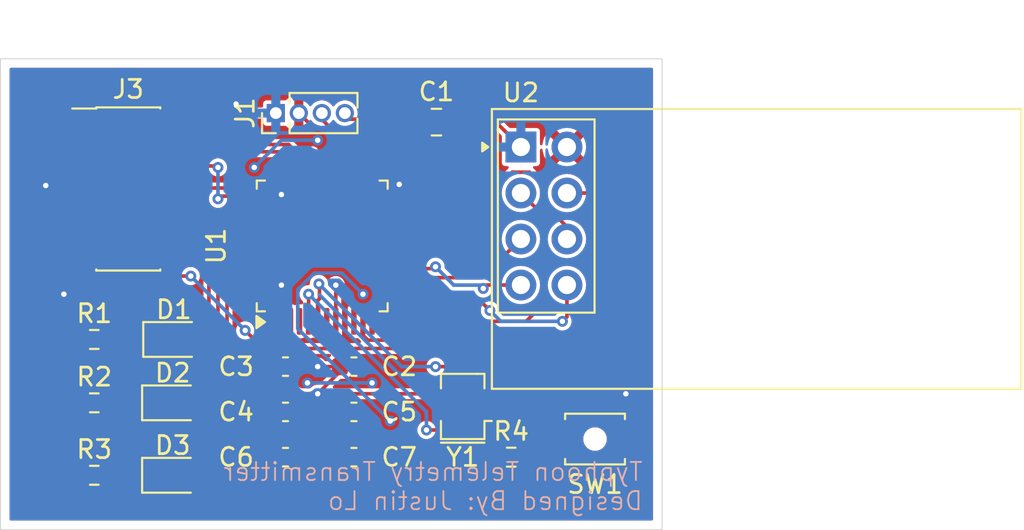
<source format=kicad_pcb>
(kicad_pcb (version 20240108) (generator "pcbnew") (generator_version "8.0")
  (layers (0 "F.Cu" signal) (31 "B.Cu" signal) (34 "B.Paste" user) (35 "F.Paste" user) (36 "B.SilkS" user "B.Silkscreen") (37 "F.SilkS" user "F.Silkscreen") (38 "B.Mask" user) (39 "F.Mask" user) (44 "Edge.Cuts" user))
  (net 0 "")
  (net 1 "+3.3V")
  (net 2 "GND")
  (net 3 "Net-(D1-A)")
  (net 4 "Net-(D1-K)")
  (net 5 "Net-(D2-A)")
  (net 6 "Net-(D2-K)")
  (net 7 "Net-(D3-K)")
  (net 8 "Net-(D3-A)")
  (net 9 "/RX")
  (net 10 "/TX")
  (net 12 "/Reset")
  (net 20 "/MOSI")
  (net 21 "Net-(U1-PD1)")
  (net 24 "/RF_EN")
  (net 28 "Net-(U1-PD0)")
  (net 29 "/RF_SEL")
  (net 32 "/Programming_TX")
  (net 36 "/RF_INT")
  (net 37 "/MISO")
  (net 38 "/SCK")
  (net 46 "/codeio")
  (net 47 "/Programming_RX")
  (net 48 "/codeclk")
  (footprint "Crystal:Resonator_SMD_Murata_CSTxExxV-3Pin_3.0x1.1mm" (layer "F.Cu") (at 159 86.2 90)
    (property "Reference" "Y1" (at -2.8 0 0) (layer "F.SilkS"))
    (property "Value" "8M")
    (fp_line (start 1.8 -1.2) (end 1.8 0.8) (stroke (width 0.12)) (layer "F.SilkS"))
    (fp_line (start 1 -1.2) (end 1.8 -1.2) (stroke (width 0.12)) (layer "F.SilkS"))
    (fp_line (start -1.8 -1.2) (end -0.8 -1.2) (stroke (width 0.12)) (layer "F.SilkS"))
    (fp_line (start -2 -1.2) (end -2 0.8) (stroke (width 0.12)) (layer "F.SilkS"))
    (fp_line (start 1.8 0.8) (end 1.8 1.2) (stroke (width 0.12)) (layer "F.SilkS"))
    (fp_line (start -1.8 0.8) (end -1.8 -1.2) (stroke (width 0.12)) (layer "F.SilkS"))
    (fp_line (start -1.8 0.8) (end -1.8 1.2) (stroke (width 0.12)) (layer "F.SilkS"))
    (fp_line (start -2 0.8) (end -2 1.2) (stroke (width 0.12)) (layer "F.SilkS"))
    (fp_line (start 1.8 1.2) (end 1 1.2) (stroke (width 0.12)) (layer "F.SilkS"))
    (fp_line (start -0.8 1.2) (end -1.8 1.2) (stroke (width 0.12)) (layer "F.SilkS"))
    (fp_line (start -0.8 1.2) (end -0.8 1.6) (stroke (width 0.12)) (layer "F.SilkS"))
    (pad "1" smd rect (at -1.2 0 90) (size 0.4 1.9) (layers "F.Cu" "F.Paste" "F.Mask") (net 28 "Net-(U1-PD0)"))
    (pad "2" smd rect (at 0 0 90) (size 0.4 1.9) (layers "F.Cu" "F.Paste" "F.Mask") (net 2 "GND"))
    (pad "3" smd rect (at 1.2 0 90) (size 0.4 1.9) (layers "F.Cu" "F.Paste" "F.Mask") (net 21 "Net-(U1-PD1)"))
  )
  (footprint "LED_SMD:LED_0805_2012Metric" (layer "F.Cu") (at 143 90)
    (property "Reference" "D3" (at 0 -1.65 0) (layer "F.SilkS"))
    (property "Value" "LED")
    (fp_line (start -1.685 -0.96) (end -1.685 0.96) (stroke (width 0.12)) (layer "F.SilkS"))
    (fp_line (start -1.685 0.96) (end 1 0.96) (stroke (width 0.12)) (layer "F.SilkS"))
    (fp_line (start 1 -0.96) (end -1.685 -0.96) (stroke (width 0.12)) (layer "F.SilkS"))
    (pad "1" smd roundrect (at -0.9375 0) (size 0.975 1.4) (layers "F.Cu" "F.Paste" "F.Mask") (net 7 "Net-(D3-K)"))
    (pad "2" smd roundrect (at 0.9375 0) (size 0.975 1.4) (layers "F.Cu" "F.Paste" "F.Mask") (net 8 "Net-(D3-A)"))
  )
  (footprint "Capacitor_SMD:C_0603_1608Metric" (layer "F.Cu") (at 153 84)
    (property "Reference" "C2" (at 2.5 0 0) (layer "F.SilkS"))
    (property "Value" "100n")
    (fp_line (start -0.14058 -0.51) (end 0.14058 -0.51) (stroke (width 0.12)) (layer "F.SilkS"))
    (fp_line (start -0.14058 0.51) (end 0.14058 0.51) (stroke (width 0.12)) (layer "F.SilkS"))
    (pad "1" smd roundrect (at -0.775 0) (size 0.9 0.95) (layers "F.Cu" "F.Paste" "F.Mask") (net 2 "GND"))
    (pad "2" smd roundrect (at 0.775 0) (size 0.9 0.95) (layers "F.Cu" "F.Paste" "F.Mask") (net 1 "+3.3V"))
  )
  (footprint "Resistor_SMD:R_0603_1608Metric" (layer "F.Cu") (at 138.675 86)
    (property "Reference" "R2" (at 0 -1.43 0) (layer "F.SilkS"))
    (property "Value" "330")
    (fp_line (start -0.237258 -0.5225) (end 0.237258 -0.5225) (stroke (width 0.12)) (layer "F.SilkS"))
    (fp_line (start -0.237258 0.5225) (end 0.237258 0.5225) (stroke (width 0.12)) (layer "F.SilkS"))
    (pad "1" smd roundrect (at -0.825 0) (size 0.8 0.95) (layers "F.Cu" "F.Paste" "F.Mask") (net 2 "GND"))
    (pad "2" smd roundrect (at 0.825 0) (size 0.8 0.95) (layers "F.Cu" "F.Paste" "F.Mask") (net 6 "Net-(D2-K)"))
  )
  (footprint "Capacitor_SMD:C_0805_2012Metric" (layer "F.Cu") (at 157.55 70.5)
    (property "Reference" "C1" (at 0 -1.68 0) (layer "F.SilkS"))
    (property "Value" "10u")
    (fp_line (start -0.261252 -0.735) (end 0.261252 -0.735) (stroke (width 0.12)) (layer "F.SilkS"))
    (fp_line (start -0.261252 0.735) (end 0.261252 0.735) (stroke (width 0.12)) (layer "F.SilkS"))
    (pad "1" smd roundrect (at -0.95 0) (size 1 1.45) (layers "F.Cu" "F.Paste" "F.Mask") (net 2 "GND"))
    (pad "2" smd roundrect (at 0.95 0) (size 1 1.45) (layers "F.Cu" "F.Paste" "F.Mask") (net 1 "+3.3V"))
  )
  (footprint "RF_Module:nRF24L01_Breakout" (layer "F.Cu") (at 162.2105 71.875)
    (property "Reference" "U2" (at 0 -3 0) (layer "F.SilkS"))
    (property "Value" "NRF24L01_Breakout")
    (fp_line (start -1.6 -2.1) (end -1.6 -2.1) (stroke (width 0.12)) (layer "F.SilkS"))
    (fp_line (start -1.6 -2.1) (end 27.6 -2.1) (stroke (width 0.12)) (layer "F.SilkS"))
    (fp_line (start -1.6 13.35) (end -1.6 -2.1) (stroke (width 0.12)) (layer "F.SilkS"))
    (fp_line (start -1.27 -1.524) (end -1.27 -1.524) (stroke (width 0.12)) (layer "F.SilkS"))
    (fp_line (start -1.27 -1.524) (end 4.064 -1.524) (stroke (width 0.12)) (layer "F.SilkS"))
    (fp_line (start -1.27 9.144) (end -1.27 -1.524) (stroke (width 0.12)) (layer "F.SilkS"))
    (fp_line (start -1.27 9.144) (end -1.27 9.144) (stroke (width 0.12)) (layer "F.SilkS"))
    (fp_line (start 4.064 -1.524) (end 4.064 9.144) (stroke (width 0.12)) (layer "F.SilkS"))
    (fp_line (start 4.064 9.144) (end -1.27 9.144) (stroke (width 0.12)) (layer "F.SilkS"))
    (fp_line (start 27.6 -2.1) (end 27.6 13.35) (stroke (width 0.12)) (layer "F.SilkS"))
    (fp_line (start 27.6 13.35) (end -1.6 13.35) (stroke (width 0.12)) (layer "F.SilkS"))
    (fp_poly (pts (xy -1.8 0) (xy -2.136 0.24) (xy -2.136 -0.24) (xy -1.8 0)) (stroke (width 0.12)) (fill solid) (layer "F.SilkS"))
    (pad "1" thru_hole rect (at 0 0) (size 1.7 1.7) (drill 1) (layers "*.Cu" "*.Mask") (net 2 "GND"))
    (pad "2" thru_hole circle (at 2.54 0) (size 1.7 1.7) (drill 1) (layers "*.Cu" "*.Mask") (net 1 "+3.3V"))
    (pad "3" thru_hole circle (at 0 2.54) (size 1.7 1.7) (drill 1) (layers "*.Cu" "*.Mask") (net 24 "/RF_EN"))
    (pad "4" thru_hole circle (at 2.54 2.54) (size 1.7 1.7) (drill 1) (layers "*.Cu" "*.Mask") (net 29 "/RF_SEL"))
    (pad "5" thru_hole circle (at 0 5.08) (size 1.7 1.7) (drill 1) (layers "*.Cu" "*.Mask") (net 38 "/SCK"))
    (pad "6" thru_hole circle (at 2.54 5.08) (size 1.7 1.7) (drill 1) (layers "*.Cu" "*.Mask") (net 20 "/MOSI"))
    (pad "7" thru_hole circle (at 0 7.62) (size 1.7 1.7) (drill 1) (layers "*.Cu" "*.Mask") (net 37 "/MISO"))
    (pad "8" thru_hole circle (at 2.54 7.62) (size 1.7 1.7) (drill 1) (layers "*.Cu" "*.Mask") (net 36 "/RF_INT"))
  )
  (footprint "Resistor_SMD:R_0603_1608Metric" (layer "F.Cu") (at 161.675 89)
    (property "Reference" "R4" (at 0 -1.43 0) (layer "F.SilkS"))
    (property "Value" "10k")
    (fp_line (start -0.237258 -0.5225) (end 0.237258 -0.5225) (stroke (width 0.12)) (layer "F.SilkS"))
    (fp_line (start -0.237258 0.5225) (end 0.237258 0.5225) (stroke (width 0.12)) (layer "F.SilkS"))
    (pad "1" smd roundrect (at -0.825 0) (size 0.8 0.95) (layers "F.Cu" "F.Paste" "F.Mask") (net 1 "+3.3V"))
    (pad "2" smd roundrect (at 0.825 0) (size 0.8 0.95) (layers "F.Cu" "F.Paste" "F.Mask") (net 12 "/Reset"))
  )
  (footprint "Capacitor_SMD:C_0603_1608Metric" (layer "F.Cu") (at 149.225 86.5)
    (property "Reference" "C4" (at -2.725 0 0) (layer "F.SilkS"))
    (property "Value" "100n")
    (fp_line (start -0.14058 -0.51) (end 0.14058 -0.51) (stroke (width 0.12)) (layer "F.SilkS"))
    (fp_line (start -0.14058 0.51) (end 0.14058 0.51) (stroke (width 0.12)) (layer "F.SilkS"))
    (pad "1" smd roundrect (at -0.775 0) (size 0.9 0.95) (layers "F.Cu" "F.Paste" "F.Mask") (net 2 "GND"))
    (pad "2" smd roundrect (at 0.775 0) (size 0.9 0.95) (layers "F.Cu" "F.Paste" "F.Mask") (net 1 "+3.3V"))
  )
  (footprint "Resistor_SMD:R_0603_1608Metric" (layer "F.Cu") (at 138.675 82.5)
    (property "Reference" "R1" (at 0 -1.43 0) (layer "F.SilkS"))
    (property "Value" "330")
    (fp_line (start -0.237258 -0.5225) (end 0.237258 -0.5225) (stroke (width 0.12)) (layer "F.SilkS"))
    (fp_line (start -0.237258 0.5225) (end 0.237258 0.5225) (stroke (width 0.12)) (layer "F.SilkS"))
    (pad "1" smd roundrect (at -0.825 0) (size 0.8 0.95) (layers "F.Cu" "F.Paste" "F.Mask") (net 2 "GND"))
    (pad "2" smd roundrect (at 0.825 0) (size 0.8 0.95) (layers "F.Cu" "F.Paste" "F.Mask") (net 4 "Net-(D1-K)"))
  )
  (footprint "Capacitor_SMD:C_0603_1608Metric" (layer "F.Cu") (at 153 86.5)
    (property "Reference" "C5" (at 2.5 0 0) (layer "F.SilkS"))
    (property "Value" "100n")
    (fp_line (start -0.14058 -0.51) (end 0.14058 -0.51) (stroke (width 0.12)) (layer "F.SilkS"))
    (fp_line (start -0.14058 0.51) (end 0.14058 0.51) (stroke (width 0.12)) (layer "F.SilkS"))
    (pad "1" smd roundrect (at -0.775 0) (size 0.9 0.95) (layers "F.Cu" "F.Paste" "F.Mask") (net 2 "GND"))
    (pad "2" smd roundrect (at 0.775 0) (size 0.9 0.95) (layers "F.Cu" "F.Paste" "F.Mask") (net 1 "+3.3V"))
  )
  (footprint "Capacitor_SMD:C_0603_1608Metric" (layer "F.Cu") (at 153 89)
    (property "Reference" "C7" (at 2.5 0 0) (layer "F.SilkS"))
    (property "Value" "1u")
    (fp_line (start -0.14058 -0.51) (end 0.14058 -0.51) (stroke (width 0.12)) (layer "F.SilkS"))
    (fp_line (start -0.14058 0.51) (end 0.14058 0.51) (stroke (width 0.12)) (layer "F.SilkS"))
    (pad "1" smd roundrect (at -0.775 0) (size 0.9 0.95) (layers "F.Cu" "F.Paste" "F.Mask") (net 2 "GND"))
    (pad "2" smd roundrect (at 0.775 0) (size 0.9 0.95) (layers "F.Cu" "F.Paste" "F.Mask") (net 1 "+3.3V"))
  )
  (footprint "Package_QFP:LQFP-48_7x7mm_P0.5mm" (layer "F.Cu") (at 151.25 77.3375 90)
    (property "Reference" "U1" (at 0 -5.85 270) (layer "F.SilkS"))
    (property "Value" "STM32F103C8Tx")
    (fp_line (start 3.61 -3.61) (end 3.61 -3.16) (stroke (width 0.12)) (layer "F.SilkS"))
    (fp_line (start 3.16 -3.61) (end 3.61 -3.61) (stroke (width 0.12)) (layer "F.SilkS"))
    (fp_line (start -3.16 -3.61) (end -3.61 -3.61) (stroke (width 0.12)) (layer "F.SilkS"))
    (fp_line (start -3.61 -3.61) (end -3.61 -3.16) (stroke (width 0.12)) (layer "F.SilkS"))
    (fp_line (start 3.61 3.61) (end 3.61 3.16) (stroke (width 0.12)) (layer "F.SilkS"))
    (fp_line (start 3.16 3.61) (end 3.61 3.61) (stroke (width 0.12)) (layer "F.SilkS"))
    (fp_line (start -3.16 3.61) (end -3.61 3.61) (stroke (width 0.12)) (layer "F.SilkS"))
    (fp_line (start -3.61 3.61) (end -3.61 3.16) (stroke (width 0.12)) (layer "F.SilkS"))
    (fp_poly (pts (xy -4.2 -3.16) (xy -4.54 -3.63) (xy -3.86 -3.63) (xy -4.2 -3.16)) (stroke (width 0.12)) (fill solid) (layer "F.SilkS"))
    (pad "1" smd roundrect (at -4.1625 -2.75 90) (size 1.475 0.3) (layers "F.Cu" "F.Paste" "F.Mask"))
    (pad "2" smd roundrect (at -4.1625 -2.25 90) (size 1.475 0.3) (layers "F.Cu" "F.Paste" "F.Mask"))
    (pad "3" smd roundrect (at -4.1625 -1.75 90) (size 1.475 0.3) (layers "F.Cu" "F.Paste" "F.Mask"))
    (pad "4" smd roundrect (at -4.1625 -1.25 90) (size 1.475 0.3) (layers "F.Cu" "F.Paste" "F.Mask"))
    (pad "5" smd roundrect (at -4.1625 -0.75 90) (size 1.475 0.3) (layers "F.Cu" "F.Paste" "F.Mask") (net 28 "Net-(U1-PD0)"))
    (pad "6" smd roundrect (at -4.1625 -0.25 90) (size 1.475 0.3) (layers "F.Cu" "F.Paste" "F.Mask") (net 21 "Net-(U1-PD1)"))
    (pad "7" smd roundrect (at -4.1625 0.25 90) (size 1.475 0.3) (layers "F.Cu" "F.Paste" "F.Mask") (net 12 "/Reset"))
    (pad "8" smd roundrect (at -4.1625 0.75 90) (size 1.475 0.3) (layers "F.Cu" "F.Paste" "F.Mask") (net 2 "GND"))
    (pad "9" smd roundrect (at -4.1625 1.25 90) (size 1.475 0.3) (layers "F.Cu" "F.Paste" "F.Mask") (net 1 "+3.3V"))
    (pad "10" smd roundrect (at -4.1625 1.75 90) (size 1.475 0.3) (layers "F.Cu" "F.Paste" "F.Mask"))
    (pad "11" smd roundrect (at -4.1625 2.25 90) (size 1.475 0.3) (layers "F.Cu" "F.Paste" "F.Mask") (net 29 "/RF_SEL"))
    (pad "12" smd roundrect (at -4.1625 2.75 90) (size 1.475 0.3) (layers "F.Cu" "F.Paste" "F.Mask") (net 24 "/RF_EN"))
    (pad "13" smd roundrect (at -2.75 4.1625 90) (size 0.3 1.475) (layers "F.Cu" "F.Paste" "F.Mask") (net 36 "/RF_INT"))
    (pad "14" smd roundrect (at -2.25 4.1625 90) (size 0.3 1.475) (layers "F.Cu" "F.Paste" "F.Mask"))
    (pad "15" smd roundrect (at -1.75 4.1625 90) (size 0.3 1.475) (layers "F.Cu" "F.Paste" "F.Mask") (net 38 "/SCK"))
    (pad "16" smd roundrect (at -1.25 4.1625 90) (size 0.3 1.475) (layers "F.Cu" "F.Paste" "F.Mask") (net 37 "/MISO"))
    (pad "17" smd roundrect (at -0.75 4.1625 90) (size 0.3 1.475) (layers "F.Cu" "F.Paste" "F.Mask") (net 20 "/MOSI"))
    (pad "18" smd roundrect (at -0.25 4.1625 90) (size 0.3 1.475) (layers "F.Cu" "F.Paste" "F.Mask"))
    (pad "19" smd roundrect (at 0.25 4.1625 90) (size 0.3 1.475) (layers "F.Cu" "F.Paste" "F.Mask"))
    (pad "20" smd roundrect (at 0.75 4.1625 90) (size 0.3 1.475) (layers "F.Cu" "F.Paste" "F.Mask"))
    (pad "21" smd roundrect (at 1.25 4.1625 90) (size 0.3 1.475) (layers "F.Cu" "F.Paste" "F.Mask") (net 10 "/TX"))
    (pad "22" smd roundrect (at 1.75 4.1625 90) (size 0.3 1.475) (layers "F.Cu" "F.Paste" "F.Mask") (net 9 "/RX"))
    (pad "23" smd roundrect (at 2.25 4.1625 90) (size 0.3 1.475) (layers "F.Cu" "F.Paste" "F.Mask") (net 2 "GND"))
    (pad "24" smd roundrect (at 2.75 4.1625 90) (size 0.3 1.475) (layers "F.Cu" "F.Paste" "F.Mask") (net 1 "+3.3V"))
    (pad "25" smd roundrect (at 4.1625 2.75 90) (size 1.475 0.3) (layers "F.Cu" "F.Paste" "F.Mask"))
    (pad "26" smd roundrect (at 4.1625 2.25 90) (size 1.475 0.3) (layers "F.Cu" "F.Paste" "F.Mask"))
    (pad "27" smd roundrect (at 4.1625 1.75 90) (size 1.475 0.3) (layers "F.Cu" "F.Paste" "F.Mask"))
    (pad "28" smd roundrect (at 4.1625 1.25 90) (size 1.475 0.3) (layers "F.Cu" "F.Paste" "F.Mask"))
    (pad "29" smd roundrect (at 4.1625 0.75 90) (size 1.475 0.3) (layers "F.Cu" "F.Paste" "F.Mask"))
    (pad "30" smd roundrect (at 4.1625 0.25 90) (size 1.475 0.3) (layers "F.Cu" "F.Paste" "F.Mask") (net 32 "/Programming_TX"))
    (pad "31" smd roundrect (at 4.1625 -0.25 90) (size 1.475 0.3) (layers "F.Cu" "F.Paste" "F.Mask") (net 47 "/Programming_RX"))
    (pad "32" smd roundrect (at 4.1625 -0.75 90) (size 1.475 0.3) (layers "F.Cu" "F.Paste" "F.Mask"))
    (pad "33" smd roundrect (at 4.1625 -1.25 90) (size 1.475 0.3) (layers "F.Cu" "F.Paste" "F.Mask"))
    (pad "34" smd roundrect (at 4.1625 -1.75 90) (size 1.475 0.3) (layers "F.Cu" "F.Paste" "F.Mask") (net 46 "/codeio"))
    (pad "35" smd roundrect (at 4.1625 -2.25 90) (size 1.475 0.3) (layers "F.Cu" "F.Paste" "F.Mask") (net 2 "GND"))
    (pad "36" smd roundrect (at 4.1625 -2.75 90) (size 1.475 0.3) (layers "F.Cu" "F.Paste" "F.Mask") (net 1 "+3.3V"))
    (pad "37" smd roundrect (at 2.75 -4.1625 90) (size 0.3 1.475) (layers "F.Cu" "F.Paste" "F.Mask") (net 48 "/codeclk"))
    (pad "38" smd roundrect (at 2.25 -4.1625 90) (size 0.3 1.475) (layers "F.Cu" "F.Paste" "F.Mask"))
    (pad "39" smd roundrect (at 1.75 -4.1625 90) (size 0.3 1.475) (layers "F.Cu" "F.Paste" "F.Mask"))
    (pad "40" smd roundrect (at 1.25 -4.1625 90) (size 0.3 1.475) (layers "F.Cu" "F.Paste" "F.Mask"))
    (pad "41" smd roundrect (at 0.75 -4.1625 90) (size 0.3 1.475) (layers "F.Cu" "F.Paste" "F.Mask"))
    (pad "42" smd roundrect (at 0.25 -4.1625 90) (size 0.3 1.475) (layers "F.Cu" "F.Paste" "F.Mask"))
    (pad "43" smd roundrect (at -0.25 -4.1625 90) (size 0.3 1.475) (layers "F.Cu" "F.Paste" "F.Mask") (net 3 "Net-(D1-A)"))
    (pad "44" smd roundrect (at -0.75 -4.1625 90) (size 0.3 1.475) (layers "F.Cu" "F.Paste" "F.Mask"))
    (pad "45" smd roundrect (at -1.25 -4.1625 90) (size 0.3 1.475) (layers "F.Cu" "F.Paste" "F.Mask") (net 5 "Net-(D2-A)"))
    (pad "46" smd roundrect (at -1.75 -4.1625 90) (size 0.3 1.475) (layers "F.Cu" "F.Paste" "F.Mask") (net 8 "Net-(D3-A)"))
    (pad "47" smd roundrect (at -2.25 -4.1625 90) (size 0.3 1.475) (layers "F.Cu" "F.Paste" "F.Mask") (net 2 "GND"))
    (pad "48" smd roundrect (at -2.75 -4.1625 90) (size 0.3 1.475) (layers "F.Cu" "F.Paste" "F.Mask") (net 1 "+3.3V"))
  )
  (footprint "Button_Switch_SMD:SW_SPST_B3U-1000P-B" (layer "F.Cu") (at 166.3 88 180)
    (property "Reference" "SW1" (at 0 -2.5 180) (layer "F.SilkS"))
    (property "Value" "SW_Push")
    (fp_line (start 1.65 1.4) (end 1.65 1.1) (stroke (width 0.12)) (layer "F.SilkS"))
    (fp_line (start 1.65 -1.4) (end 1.65 -1.1) (stroke (width 0.12)) (layer "F.SilkS"))
    (fp_line (start -1.65 1.4) (end 1.65 1.4) (stroke (width 0.12)) (layer "F.SilkS"))
    (fp_line (start -1.65 1.1) (end -1.65 1.4) (stroke (width 0.12)) (layer "F.SilkS"))
    (fp_line (start -1.65 -1.1) (end -1.65 -1.4) (stroke (width 0.12)) (layer "F.SilkS"))
    (fp_line (start -1.65 -1.4) (end 1.65 -1.4) (stroke (width 0.12)) (layer "F.SilkS"))
    (pad "" np_thru_hole circle (at 0 0 180) (size 0.8 0.8) (drill 0.8) (layers "*.Cu" "*.Mask"))
    (pad "1" smd rect (at -1.7 0 180) (size 0.9 1.7) (layers "F.Cu" "F.Paste" "F.Mask") (net 2 "GND"))
    (pad "2" smd rect (at 1.7 0 180) (size 0.9 1.7) (layers "F.Cu" "F.Paste" "F.Mask") (net 12 "/Reset"))
  )
  (footprint "Connector_PinHeader_1.27mm:PinHeader_2x07_P1.27mm_Vertical_SMD" (layer "F.Cu") (at 140.55 74.19)
    (property "Reference" "J3" (at 0 -5.505 0) (layer "F.SilkS"))
    (property "Value" "Conn_ST_STDC14")
    (fp_line (start -3.09 -4.44) (end -1.765 -4.44) (stroke (width 0.12)) (layer "F.SilkS"))
    (fp_line (start -1.765 -4.505) (end -1.765 -4.44) (stroke (width 0.12)) (layer "F.SilkS"))
    (fp_line (start -1.765 -4.505) (end 1.765 -4.505) (stroke (width 0.12)) (layer "F.SilkS"))
    (fp_line (start -1.765 4.44) (end -1.765 4.505) (stroke (width 0.12)) (layer "F.SilkS"))
    (fp_line (start -1.765 4.505) (end 1.765 4.505) (stroke (width 0.12)) (layer "F.SilkS"))
    (fp_line (start 1.765 -4.505) (end 1.765 -4.44) (stroke (width 0.12)) (layer "F.SilkS"))
    (fp_line (start 1.765 4.44) (end 1.765 4.505) (stroke (width 0.12)) (layer "F.SilkS"))
    (pad "1" smd rect (at -1.95 -3.81) (size 2.4 0.74) (layers "F.Cu" "F.Paste" "F.Mask"))
    (pad "2" smd rect (at 1.95 -3.81) (size 2.4 0.74) (layers "F.Cu" "F.Paste" "F.Mask"))
    (pad "3" smd rect (at -1.95 -2.54) (size 2.4 0.74) (layers "F.Cu" "F.Paste" "F.Mask") (net 1 "+3.3V"))
    (pad "4" smd rect (at 1.95 -2.54) (size 2.4 0.74) (layers "F.Cu" "F.Paste" "F.Mask") (net 46 "/codeio"))
    (pad "5" smd rect (at -1.95 -1.27) (size 2.4 0.74) (layers "F.Cu" "F.Paste" "F.Mask") (net 2 "GND"))
    (pad "6" smd rect (at 1.95 -1.27) (size 2.4 0.74) (layers "F.Cu" "F.Paste" "F.Mask") (net 48 "/codeclk"))
    (pad "7" smd rect (at -1.95 0) (size 2.4 0.74) (layers "F.Cu" "F.Paste" "F.Mask") (net 2 "GND"))
    (pad "8" smd rect (at 1.95 0) (size 2.4 0.74) (layers "F.Cu" "F.Paste" "F.Mask"))
    (pad "9" smd rect (at -1.95 1.27) (size 2.4 0.74) (layers "F.Cu" "F.Paste" "F.Mask"))
    (pad "10" smd rect (at 1.95 1.27) (size 2.4 0.74) (layers "F.Cu" "F.Paste" "F.Mask"))
    (pad "11" smd rect (at -1.95 2.54) (size 2.4 0.74) (layers "F.Cu" "F.Paste" "F.Mask") (net 2 "GND"))
    (pad "12" smd rect (at 1.95 2.54) (size 2.4 0.74) (layers "F.Cu" "F.Paste" "F.Mask") (net 12 "/Reset"))
    (pad "13" smd rect (at -1.95 3.81) (size 2.4 0.74) (layers "F.Cu" "F.Paste" "F.Mask") (net 47 "/Programming_RX"))
    (pad "14" smd rect (at 1.95 3.81) (size 2.4 0.74) (layers "F.Cu" "F.Paste" "F.Mask") (net 32 "/Programming_TX"))
  )
  (footprint "LED_SMD:LED_0805_2012Metric" (layer "F.Cu") (at 143.0625 82.5)
    (property "Reference" "D1" (at 0 -1.65 0) (layer "F.SilkS"))
    (property "Value" "LED")
    (fp_line (start -1.685 -0.96) (end -1.685 0.96) (stroke (width 0.12)) (layer "F.SilkS"))
    (fp_line (start -1.685 0.96) (end 1 0.96) (stroke (width 0.12)) (layer "F.SilkS"))
    (fp_line (start 1 -0.96) (end -1.685 -0.96) (stroke (width 0.12)) (layer "F.SilkS"))
    (pad "1" smd roundrect (at -0.9375 0) (size 0.975 1.4) (layers "F.Cu" "F.Paste" "F.Mask") (net 4 "Net-(D1-K)"))
    (pad "2" smd roundrect (at 0.9375 0) (size 0.975 1.4) (layers "F.Cu" "F.Paste" "F.Mask") (net 3 "Net-(D1-A)"))
  )
  (footprint "Capacitor_SMD:C_0603_1608Metric" (layer "F.Cu") (at 149.225 89)
    (property "Reference" "C6" (at -2.725 0 0) (layer "F.SilkS"))
    (property "Value" "10n")
    (fp_line (start -0.14058 -0.51) (end 0.14058 -0.51) (stroke (width 0.12)) (layer "F.SilkS"))
    (fp_line (start -0.14058 0.51) (end 0.14058 0.51) (stroke (width 0.12)) (layer "F.SilkS"))
    (pad "1" smd roundrect (at -0.775 0) (size 0.9 0.95) (layers "F.Cu" "F.Paste" "F.Mask") (net 2 "GND"))
    (pad "2" smd roundrect (at 0.775 0) (size 0.9 0.95) (layers "F.Cu" "F.Paste" "F.Mask") (net 1 "+3.3V"))
  )
  (footprint "Connector_PinHeader_1.27mm:PinHeader_1x04_P1.27mm_Vertical" (layer "F.Cu") (at 148.69 70 90)
    (property "Reference" "J1" (at 0 -1.695 90) (layer "F.SilkS"))
    (property "Value" "Conn_01x04_Pin")
    (fp_line (start -1.11 -0.76) (end 0 -0.76) (stroke (width 0.12)) (layer "F.SilkS"))
    (fp_line (start -1.11 0) (end -1.11 -0.76) (stroke (width 0.12)) (layer "F.SilkS"))
    (fp_line (start 1.11 0.76) (end 1.11 4.505) (stroke (width 0.12)) (layer "F.SilkS"))
    (fp_line (start 0.563471 0.76) (end 1.11 0.76) (stroke (width 0.12)) (layer "F.SilkS"))
    (fp_line (start -1.11 0.76) (end -0.563471 0.76) (stroke (width 0.12)) (layer "F.SilkS"))
    (fp_line (start -1.11 0.76) (end -1.11 4.505) (stroke (width 0.12)) (layer "F.SilkS"))
    (fp_line (start 0.30753 4.505) (end 1.11 4.505) (stroke (width 0.12)) (layer "F.SilkS"))
    (fp_line (start -1.11 4.505) (end -0.30753 4.505) (stroke (width 0.12)) (layer "F.SilkS"))
    (pad "1" thru_hole rect (at 0 0 90) (size 1 1) (drill 0.65) (layers "*.Cu" "*.Mask") (net 2 "GND"))
    (pad "2" thru_hole oval (at 0 1.27 90) (size 1 1) (drill 0.65) (layers "*.Cu" "*.Mask") (net 1 "+3.3V"))
    (pad "3" thru_hole oval (at 0 2.54 90) (size 1 1) (drill 0.65) (layers "*.Cu" "*.Mask") (net 9 "/RX"))
    (pad "4" thru_hole oval (at 0 3.81 90) (size 1 1) (drill 0.65) (layers "*.Cu" "*.Mask") (net 10 "/TX"))
  )
  (footprint "Capacitor_SMD:C_0603_1608Metric" (layer "F.Cu") (at 149.225 84)
    (property "Reference" "C3" (at -2.725 0 0) (layer "F.SilkS"))
    (property "Value" "100n")
    (fp_line (start -0.14058 -0.51) (end 0.14058 -0.51) (stroke (width 0.12)) (layer "F.SilkS"))
    (fp_line (start -0.14058 0.51) (end 0.14058 0.51) (stroke (width 0.12)) (layer "F.SilkS"))
    (pad "1" smd roundrect (at -0.775 0) (size 0.9 0.95) (layers "F.Cu" "F.Paste" "F.Mask") (net 2 "GND"))
    (pad "2" smd roundrect (at 0.775 0) (size 0.9 0.95) (layers "F.Cu" "F.Paste" "F.Mask") (net 1 "+3.3V"))
  )
  (footprint "Resistor_SMD:R_0603_1608Metric" (layer "F.Cu") (at 138.675 90)
    (property "Reference" "R3" (at 0 -1.43 0) (layer "F.SilkS"))
    (property "Value" "330")
    (fp_line (start -0.237258 -0.5225) (end 0.237258 -0.5225) (stroke (width 0.12)) (layer "F.SilkS"))
    (fp_line (start -0.237258 0.5225) (end 0.237258 0.5225) (stroke (width 0.12)) (layer "F.SilkS"))
    (pad "1" smd roundrect (at -0.825 0) (size 0.8 0.95) (layers "F.Cu" "F.Paste" "F.Mask") (net 2 "GND"))
    (pad "2" smd roundrect (at 0.825 0) (size 0.8 0.95) (layers "F.Cu" "F.Paste" "F.Mask") (net 7 "Net-(D3-K)"))
  )
  (footprint "LED_SMD:LED_0805_2012Metric" (layer "F.Cu") (at 143 86)
    (property "Reference" "D2" (at 0 -1.65 0) (layer "F.SilkS"))
    (property "Value" "LED")
    (fp_line (start -1.685 -0.96) (end -1.685 0.96) (stroke (width 0.12)) (layer "F.SilkS"))
    (fp_line (start -1.685 0.96) (end 1 0.96) (stroke (width 0.12)) (layer "F.SilkS"))
    (fp_line (start 1 -0.96) (end -1.685 -0.96) (stroke (width 0.12)) (layer "F.SilkS"))
    (pad "1" smd roundrect (at -0.9375 0) (size 0.975 1.4) (layers "F.Cu" "F.Paste" "F.Mask") (net 6 "Net-(D2-K)"))
    (pad "2" smd roundrect (at 0.9375 0) (size 0.975 1.4) (layers "F.Cu" "F.Paste" "F.Mask") (net 5 "Net-(D2-A)"))
  )
  (gr_poly (pts (xy 133.5 67) (xy 170 67) (xy 170 93) (xy 133.5 93)) (stroke (width 0.05)) (fill none) (layer "Edge.Cuts"))
  (gr_text "Typhoon Telemetry Transmitter\nDesigned By: Justin Lo" (at 169 92 0) (layer "B.SilkS") (effects (font (size 1 1) (thickness 0.1)) (justify left bottom mirror)))
  (segment (start 150 84.465687) (end 150.434313 84.9) (width 0.2) (layer "F.Cu") (net 1))
  (segment (start 147.675 73.175) (end 147.5 73) (width 0.2) (layer "F.Cu") (net 1))
  (segment (start 153.23009 80) (end 152.5 80.73009) (width 0.2) (layer "F.Cu") (net 1))
  (segment (start 153.5 80) (end 153.23009 80) (width 0.2) (layer "F.Cu") (net 1))
  (segment (start 153.775 86.5) (end 154.5 86.5) (width 0.2) (layer "F.Cu") (net 1))
  (segment (start 154 84.225) (end 153.775 84) (width 0.2) (layer "F.Cu") (net 1))
  (segment (start 154.5 86.5) (end 155 87) (width 0.2) (layer "F.Cu") (net 1))
  (segment (start 151 71.5) (end 151 71.04) (width 0.2) (layer "F.Cu") (net 1))
  (segment (start 152.5 80.73009) (end 152.5 81.5) (width 0.2) (layer "F.Cu") (net 1))
  (segment (start 151 71.04) (end 149.96 70) (width 0.2) (layer "F.Cu") (net 1))
  (segment (start 150 84) (end 150 84.465687) (width 0.2) (layer "F.Cu") (net 1))
  (segment (start 154 84.9) (end 154 84.225) (width 0.2) (layer "F.Cu") (net 1))
  (segment (start 148.5 73.175) (end 147.675 73.175) (width 0.2) (layer "F.Cu") (net 1))
  (via (at 154 84.9) (size 0.6) (drill 0.3) (layers "F.Cu" "B.Cu") (net 1))
  (via (at 147.5 73) (size 0.6) (drill 0.3) (layers "F.Cu" "B.Cu") (net 1))
  (via (at 150.434313 84.9) (size 0.6) (drill 0.3) (layers "F.Cu" "B.Cu") (net 1))
  (via (at 153.5 80) (size 0.6) (drill 0.3) (layers "F.Cu" "B.Cu") (net 1))
  (via (at 155 87) (size 0.6) (drill 0.3) (layers "F.Cu" "B.Cu") (net 1))
  (via (at 151 71.5) (size 0.6) (drill 0.3) (layers "F.Cu" "B.Cu") (net 1))
  (segment (start 150.434313 84.9) (end 154 84.9) (width 0.2) (layer "B.Cu") (net 1))
  (segment (start 152.334313 78.834313) (end 153.5 80) (width 0.2) (layer "B.Cu") (net 1))
  (segment (start 149.9 81.9) (end 149.9 79.751471) (width 0.2) (layer "B.Cu") (net 1))
  (segment (start 149.9 79.751471) (end 150.817158 78.834313) (width 0.2) (layer "B.Cu") (net 1))
  (segment (start 155 87) (end 149.9 81.9) (width 0.2) (layer "B.Cu") (net 1))
  (segment (start 147.5 73) (end 149 71.5) (width 0.2) (layer "B.Cu") (net 1))
  (segment (start 150.817158 78.834313) (end 152.334313 78.834313) (width 0.2) (layer "B.Cu") (net 1))
  (segment (start 149 71.5) (end 151 71.5) (width 0.2) (layer "B.Cu") (net 1))
  (segment (start 148.45 84) (end 149.95 85.5) (width 0.2) (layer "F.Cu") (net 2))
  (segment (start 156.6 70.5) (end 157.625 69.475) (width 0.2) (layer "F.Cu") (net 2))
  (segment (start 151.225 85.5) (end 152.225 86.5) (width 0.2) (layer "F.Cu") (net 2))
  (segment (start 137 80) (end 137.1 80.1) (width 0.2) (layer "F.Cu") (net 2))
  (segment (start 137.1 80.1) (end 137.1 81.75) (width 0.2) (layer "F.Cu") (net 2))
  (segment (start 152.225 84) (end 152.225 84.275) (width 0.2) (layer "F.Cu") (net 2))
  (segment (start 137.08 72.92) (end 136 74) (width 0.2) (layer "F.Cu") (net 2))
  (segment (start 137.77 76.73) (end 137.1 77.4) (width 0.2) (layer "F.Cu") (net 2))
  (segment (start 137.85 86) (end 137.85 90) (width 0.2) (layer "F.Cu") (net 2))
  (segment (start 138.6 76.73) (end 137.77 76.73) (width 0.2) (layer "F.Cu") (net 2))
  (segment (start 159.8105 69.475) (end 162.2105 71.875) (width 0.2) (layer "F.Cu") (net 2))
  (segment (start 149 73.175) (end 149 74.5) (width 0.2) (layer "F.Cu") (net 2))
  (segment (start 137.1 81.75) (end 137.85 82.5) (width 0.2) (layer "F.Cu") (net 2))
  (segment (start 136.19 74.19) (end 138.6 74.19) (width 0.2) (layer "F.Cu") (net 2))
  (segment (start 151 85.5) (end 151.225 85.5) (width 0.2) (layer "F.Cu") (net 2))
  (segment (start 168 88) (end 168 85.5) (width 0.2) (layer "F.Cu") (net 2))
  (segment (start 138.6 72.92) (end 137.08 72.92) (width 0.2) (layer "F.Cu") (net 2))
  (segment (start 148.9125 79.5875) (end 149 79.5) (width 0.2) (layer "F.Cu") (net 2))
  (segment (start 154.64259 75.0875) (end 154.375 74.81991) (width 0.2) (layer "F.Cu") (net 2))
  (segment (start 137.1 79.9) (end 137 80) (width 0.2) (layer "F.Cu") (net 2))
  (segment (start 148.45 86.5) (end 149.45 85.5) (width 0.2) (layer "F.Cu") (net 2))
  (segment (start 149.45 85.5) (end 149.95 85.5) (width 0.2) (layer "F.Cu") (net 2))
  (segment (start 154.375 74.35509) (end 154.79259 73.9375) (width 0.2) (layer "F.Cu") (net 2))
  (segment (start 149.95 85.5) (end 151 85.5) (width 0.2) (layer "F.Cu") (net 2))
  (segment (start 158.5 85.5) (end 151 85.5) (width 0.2) (layer "F.Cu") (net 2))
  (segment (start 154.375 74.81991) (end 154.375 74.35509) (width 0.2) (layer "F.Cu") (net 2))
  (segment (start 152 79.5) (end 152 81.5) (width 0.2) (layer "F.Cu") (net 2))
  (segment (start 155.4125 75.0875) (end 154.64259 75.0875) (width 0.2) (layer "F.Cu") (net 2))
  (segment (start 147.0875 79.5875) (end 148.9125 79.5875) (width 0.2) (layer "F.Cu") (net 2))
  (segment (start 151 85.5) (end 152.225 86.725) (width 0.2) (layer "F.Cu") (net 2))
  (segment (start 157.625 69.475) (end 159.8105 69.475) (width 0.2) (layer "F.Cu") (net 2))
  (segment (start 137.1 77.4) (end 137.1 79.9) (width 0.2) (layer "F.Cu") (net 2))
  (segment (start 152.225 86.725) (end 152.225 89) (width 0.2) (layer "F.Cu") (net 2))
  (segment (start 152.225 84.275) (end 151 85.5) (width 0.2) (layer "F.Cu") (net 2))
  (segment (start 154.79259 73.9375) (end 155.5 73.9375) (width 0.2) (layer "F.Cu") (net 2))
  (segment (start 148.69 70) (end 147 70) (width 0.2) (layer "F.Cu") (net 2))
  (segment (start 147 70) (end 146.5 69.5) (width 0.2) (layer "F.Cu") (net 2))
  (segment (start 158.5 85.5) (end 158.5 85.7) (width 0.2) (layer "F.Cu") (net 2))
  (segment (start 158.5 85.7) (end 159 86.2) (width 0.2) (layer "F.Cu") (net 2))
  (segment (start 137.85 82.5) (end 137.85 86) (width 0.2) (layer "F.Cu") (net 2))
  (segment (start 152.225 84) (end 151 84) (width 0.2) (layer "F.Cu") (net 2))
  (segment (start 136 74) (end 136.19 74.19) (width 0.2) (layer "F.Cu") (net 2))
  (segment (start 148.45 89) (end 148.45 86.5) (width 0.2) (layer "F.Cu") (net 2))
  (via (at 155.5 73.9375) (size 0.6) (drill 0.3) (layers "F.Cu" "B.Cu") (net 2))
  (via (at 146.5 69.5) (size 0.6) (drill 0.3) (layers "F.Cu" "B.Cu") (net 2))
  (via (at 152 79.5) (size 0.6) (drill 0.3) (layers "F.Cu" "B.Cu") (net 2))
  (via (at 136 74) (size 0.6) (drill 0.3) (layers "F.Cu" "B.Cu") (net 2))
  (via (at 151 84) (size 0.6) (drill 0.3) (layers "F.Cu" "B.Cu") (net 2))
  (via (at 149 74.5) (size 0.6) (drill 0.3) (layers "F.Cu" "B.Cu") (net 2))
  (via (at 151 85.5) (size 0.6) (drill 0.3) (layers "F.Cu" "B.Cu") (net 2))
  (via (at 137 80) (size 0.6) (drill 0.3) (layers "F.Cu" "B.Cu") (net 2))
  (via (at 168 85.5) (size 0.6) (drill 0.3) (layers "F.Cu" "B.Cu") (net 2))
  (via (at 149 79.5) (size 0.6) (drill 0.3) (layers "F.Cu" "B.Cu") (net 2))
  (segment (start 144.5 82.5) (end 144 82.5) (width 0.2) (layer "F.Cu") (net 3))
  (segment (start 145 82) (end 144.5 82.5) (width 0.2) (layer "F.Cu") (net 3))
  (segment (start 147.0875 77.5875) (end 146.31759 77.5875) (width 0.2) (layer "F.Cu") (net 3))
  (segment (start 146.31759 77.5875) (end 145 78.90509) (width 0.2) (layer "F.Cu") (net 3))
  (segment (start 145 78.90509) (end 145 82) (width 0.2) (layer "F.Cu") (net 3))
  (segment (start 142.125 82.5) (end 139.5 82.5) (width 0.2) (layer "F.Cu") (net 4))
  (segment (start 146.251904 78.5875) (end 145.5 79.339404) (width 0.2) (layer "F.Cu") (net 5))
  (segment (start 145.5 84.4375) (end 143.9375 86) (width 0.2) (layer "F.Cu") (net 5))
  (segment (start 147.0875 78.5875) (end 146.251904 78.5875) (width 0.2) (layer "F.Cu") (net 5))
  (segment (start 145.5 79.339404) (end 145.5 84.4375) (width 0.2) (layer "F.Cu") (net 5))
  (segment (start 142.0625 86) (end 139.5 86) (width 0.2) (layer "F.Cu") (net 6))
  (segment (start 142.0625 90) (end 139.5 90) (width 0.2) (layer "F.Cu") (net 7))
  (segment (start 146.31759 79.0875) (end 146 79.40509) (width 0.2) (layer "F.Cu") (net 8))
  (segment (start 146 79.40509) (end 146 87.9375) (width 0.2) (layer "F.Cu") (net 8))
  (segment (start 147.0875 79.0875) (end 146.31759 79.0875) (width 0.2) (layer "F.Cu") (net 8))
  (segment (start 146 87.9375) (end 143.9375 90) (width 0.2) (layer "F.Cu") (net 8))
  (segment (start 151.25 70.362805) (end 151.25 70.3375) (width 0.2) (layer "F.Cu") (net 9))
  (segment (start 154.5 71.5) (end 153.15573 71.5) (width 0.2) (layer "F.Cu") (net 9))
  (segment (start 152.71823 71.0625) (end 151.949695 71.0625) (width 0.2) (layer "F.Cu") (net 9))
  (segment (start 155.4125 75.5875) (end 156.18241 75.5875) (width 0.2) (layer "F.Cu") (net 9))
  (segment (start 153.15573 71.5) (end 152.71823 71.0625) (width 0.2) (layer "F.Cu") (net 9))
  (segment (start 156.45 73.45) (end 154.5 71.5) (width 0.2) (layer "F.Cu") (net 9))
  (segment (start 156.45 75.31991) (end 156.45 73.45) (width 0.2) (layer "F.Cu") (net 9))
  (segment (start 156.18241 75.5875) (end 156.45 75.31991) (width 0.2) (layer "F.Cu") (net 9))
  (segment (start 151.949695 71.0625) (end 151.25 70.362805) (width 0.2) (layer "F.Cu") (net 9))
  (segment (start 157 75.335596) (end 157 73) (width 0.2) (layer "F.Cu") (net 10))
  (segment (start 157 73) (end 154.3375 70.3375) (width 0.2) (layer "F.Cu") (net 10))
  (segment (start 155.4125 76.0875) (end 156.248096 76.0875) (width 0.2) (layer "F.Cu") (net 10))
  (segment (start 156.248096 76.0875) (end 157 75.335596) (width 0.2) (layer "F.Cu") (net 10))
  (segment (start 154.3375 70.3375) (end 152.25 70.3375) (width 0.2) (layer "F.Cu") (net 10))
  (segment (start 148 83) (end 151.5 83) (width 0.2) (layer "F.Cu") (net 12))
  (segment (start 142.5 76.73) (end 141.6 76.73) (width 0.2) (layer "F.Cu") (net 12))
  (segment (start 151.5 83) (end 159 83) (width 0.2) (layer "F.Cu") (net 12))
  (segment (start 163.6 89) (end 164.6 88) (width 0.2) (layer "F.Cu") (net 12))
  (segment (start 159 83) (end 162.5 86.5) (width 0.2) (layer "F.Cu") (net 12))
  (segment (start 162.5 89) (end 163.6 89) (width 0.2) (layer "F.Cu") (net 12))
  (segment (start 162.5 86.5) (end 162.5 89) (width 0.2) (layer "F.Cu") (net 12))
  (segment (start 151.5 81.5) (end 151.5 83) (width 0.2) (layer "F.Cu") (net 12))
  (segment (start 141.33 79) (end 144 79) (width 0.2) (layer "F.Cu") (net 12))
  (segment (start 141 77.33) (end 141 78.67) (width 0.2) (layer "F.Cu") (net 12))
  (segment (start 147 82) (end 148 83) (width 0.2) (layer "F.Cu") (net 12))
  (segment (start 141 78.67) (end 141.33 79) (width 0.2) (layer "F.Cu") (net 12))
  (segment (start 141.6 76.73) (end 141 77.33) (width 0.2) (layer "F.Cu") (net 12))
  (via (at 144 79) (size 0.6) (drill 0.3) (layers "F.Cu" "B.Cu") (net 12))
  (via (at 147 82) (size 0.6) (drill 0.3) (layers "F.Cu" "B.Cu") (net 12))
  (segment (start 144 79) (end 147 82) (width 0.2) (layer "B.Cu") (net 12))
  (segment (start 163.3605 73.938654) (end 163.3605 74.891346) (width 0.2) (layer "F.Cu") (net 20))
  (segment (start 159.333971 75.805) (end 159.333971 75.665183) (width 0.2) (layer "F.Cu") (net 20))
  (segment (start 155.4125 78.0875) (end 157.051471 78.0875) (width 0.2) (layer "F.Cu") (net 20))
  (segment (start 163.3605 74.891346) (end 164.7505 76.281346) (width 0.2) (layer "F.Cu") (net 20))
  (segment (start 164.7505 76.281346) (end 164.7505 76.955) (width 0.2) (layer "F.Cu") (net 20))
  (segment (start 162.686846 73.265) (end 163.3605 73.938654) (width 0.2) (layer "F.Cu") (net 20))
  (segment (start 159.333971 75.665183) (end 161.734154 73.265) (width 0.2) (layer "F.Cu") (net 20))
  (segment (start 161.734154 73.265) (end 162.686846 73.265) (width 0.2) (layer "F.Cu") (net 20))
  (segment (start 157.051471 78.0875) (end 159.333971 75.805) (width 0.2) (layer "F.Cu") (net 20))
  (segment (start 151 80.348529) (end 151.1 80.248529) (width 0.2) (layer "F.Cu") (net 21))
  (segment (start 151.1 79.468626) (end 151.065687 79.434313) (width 0.2) (layer "F.Cu") (net 21))
  (segment (start 157.5 84) (end 158 84) (width 0.2) (layer "F.Cu") (net 21))
  (segment (start 151 81.5) (end 151 80.348529) (width 0.2) (layer "F.Cu") (net 21))
  (segment (start 151.1 80.248529) (end 151.1 79.468626) (width 0.2) (layer "F.Cu") (net 21))
  (segment (start 158 84) (end 159 85) (width 0.2) (layer "F.Cu") (net 21))
  (via (at 157.5 84) (size 0.6) (drill 0.3) (layers "F.Cu" "B.Cu") (net 21))
  (via (at 151.065687 79.434313) (size 0.6) (drill 0.3) (layers "F.Cu" "B.Cu") (net 21))
  (segment (start 157.5 84) (end 155.631374 84) (width 0.2) (layer "B.Cu") (net 21))
  (segment (start 155.631374 84) (end 151.065687 79.434313) (width 0.2) (layer "B.Cu") (net 21))
  (segment (start 154 81.5) (end 162.5 81.5) (width 0.2) (layer "F.Cu") (net 24))
  (segment (start 163.5 75.7045) (end 162.2105 74.415) (width 0.2) (layer "F.Cu") (net 24))
  (segment (start 162.5 81.5) (end 163.5 80.5) (width 0.2) (layer "F.Cu") (net 24))
  (segment (start 163.5 80.5) (end 163.5 75.7045) (width 0.2) (layer "F.Cu") (net 24))
  (segment (start 157 87.5) (end 158.9 87.5) (width 0.2) (layer "F.Cu") (net 28))
  (segment (start 150.5 81.5) (end 150.5 80) (width 0.2) (layer "F.Cu") (net 28))
  (segment (start 158.9 87.5) (end 159 87.4) (width 0.2) (layer "F.Cu") (net 28))
  (via (at 150.5 80) (size 0.6) (drill 0.3) (layers "F.Cu" "B.Cu") (net 28))
  (via (at 157 87.5) (size 0.6) (drill 0.3) (layers "F.Cu" "B.Cu") (net 28))
  (segment (start 157 86.5) (end 150.5 80) (width 0.2) (layer "B.Cu") (net 28))
  (segment (start 157 87.5) (end 157 86.5) (width 0.2) (layer "B.Cu") (net 28))
  (segment (start 153.76759 82.5375) (end 164.9625 82.5375) (width 0.2) (layer "F.Cu") (net 29))
  (segment (start 167 75) (end 166.415 74.415) (width 0.2) (layer "F.Cu") (net 29))
  (segment (start 153.5 81.5) (end 153.5 82.26991) (width 0.2) (layer "F.Cu") (net 29))
  (segment (start 166.415 74.415) (end 164.7505 74.415) (width 0.2) (layer "F.Cu") (net 29))
  (segment (start 167 80.5) (end 167 75) (width 0.2) (layer "F.Cu") (net 29))
  (segment (start 153.5 82.26991) (end 153.76759 82.5375) (width 0.2) (layer "F.Cu") (net 29))
  (segment (start 164.9625 82.5375) (end 167 80.5) (width 0.2) (layer "F.Cu") (net 29))
  (segment (start 148.2125 74.2125) (end 148.1375 74.1375) (width 0.2) (layer "F.Cu") (net 32))
  (segment (start 148.1375 74.1375) (end 144.8625 74.1375) (width 0.2) (layer "F.Cu") (net 32))
  (segment (start 151 75.5) (end 148.5 75.5) (width 0.2) (layer "F.Cu") (net 32))
  (segment (start 151.5 75) (end 151 75.5) (width 0.2) (layer "F.Cu") (net 32))
  (segment (start 144.8625 74.1375) (end 144 75) (width 0.2) (layer "F.Cu") (net 32))
  (segment (start 144 77.33) (end 143.33 78) (width 0.2) (layer "F.Cu") (net 32))
  (segment (start 144 75) (end 144 77.33) (width 0.2) (layer "F.Cu") (net 32))
  (segment (start 148.2125 75.2125) (end 148.2125 74.2125) (width 0.2) (layer "F.Cu") (net 32))
  (segment (start 148.5 75.5) (end 148.2125 75.2125) (width 0.2) (layer "F.Cu") (net 32))
  (segment (start 151.5 73.175) (end 151.5 75) (width 0.2) (layer "F.Cu") (net 32))
  (segment (start 143.33 78) (end 142.5 78) (width 0.2) (layer "F.Cu") (net 32))
  (segment (start 155.4125 80.0875) (end 159.6875 80.0875) (width 0.2) (layer "F.Cu") (net 36))
  (segment (start 164.5 81.5) (end 164.7505 81.2495) (width 0.2) (layer "F.Cu") (net 36))
  (segment (start 159.6875 80.0875) (end 160.5 80.9) (width 0.2) (layer "F.Cu") (net 36))
  (segment (start 164.7505 81.2495) (end 164.7505 79.495) (width 0.2) (layer "F.Cu") (net 36))
  (via (at 164.5 81.5) (size 0.6) (drill 0.3) (layers "F.Cu" "B.Cu") (net 36))
  (via (at 160.5 80.9) (size 0.6) (drill 0.3) (layers "F.Cu" "B.Cu") (net 36))
  (segment (start 160.5 80.9) (end 161.1 81.5) (width 0.2) (layer "B.Cu") (net 36))
  (segment (start 161.1 81.5) (end 164.5 81.5) (width 0.2) (layer "B.Cu") (net 36))
  (segment (start 155.4125 78.5875) (end 157.4 78.5875) (width 0.2) (layer "F.Cu") (net 37))
  (segment (start 157.4 78.5875) (end 157.5 78.4875) (width 0.2) (layer "F.Cu") (net 37))
  (segment (start 160.133459 79.684932) (end 160.323391 79.495) (width 0.2) (layer "F.Cu") (net 37))
  (segment (start 160.323391 79.495) (end 162.2105 79.495) (width 0.2) (layer "F.Cu") (net 37))
  (via (at 160.133459 79.684932) (size 0.6) (drill 0.3) (layers "F.Cu" "B.Cu") (net 37))
  (via (at 157.5 78.4875) (size 0.6) (drill 0.3) (layers "F.Cu" "B.Cu") (net 37))
  (segment (start 158.5 79.5) (end 159.948527 79.5) (width 0.2) (layer "B.Cu") (net 37))
  (segment (start 158.5 79.5) (end 158.5 79.4875) (width 0.2) (layer "B.Cu") (net 37))
  (segment (start 159.948527 79.5) (end 160.133459 79.684932) (width 0.2) (layer "B.Cu") (net 37))
  (segment (start 157.5 78.4875) (end 158.5 79.4875) (width 0.2) (layer "B.Cu") (net 37))
  (segment (start 155.4125 79.0875) (end 160.078 79.0875) (width 0.2) (layer "F.Cu") (net 38))
  (segment (start 160.078 79.0875) (end 162.2105 76.955) (width 0.2) (layer "F.Cu") (net 38))
  (segment (start 149.5 72.40509) (end 149.5 73.175) (width 0.2) (layer "F.Cu") (net 46))
  (segment (start 147.15 71.65) (end 147.6375 72.1375) (width 0.2) (layer "F.Cu") (net 46))
  (segment (start 149.23241 72.1375) (end 149.5 72.40509) (width 0.2) (layer "F.Cu") (net 46))
  (segment (start 142.5 71.65) (end 147.15 71.65) (width 0.2) (layer "F.Cu") (net 46))
  (segment (start 147.6375 72.1375) (end 149.23241 72.1375) (width 0.2) (layer "F.Cu") (net 46))
  (segment (start 144.21 69.71) (end 140.79 69.71) (width 0.2) (layer "F.Cu") (net 47))
  (segment (start 139.43 78) (end 138.6 78) (width 0.2) (layer "F.Cu") (net 47))
  (segment (start 147.803186 71.7375) (end 147.315686 71.25) (width 0.2) (layer "F.Cu") (net 47))
  (segment (start 149.798096 72.1375) (end 149.398096 71.7375) (width 0.2) (layer "F.Cu") (net 47))
  (segment (start 140.79 69.71) (end 140.79 76.64) (width 0.2) (layer "F.Cu") (net 47))
  (segment (start 149.398096 71.7375) (end 147.803186 71.7375) (width 0.2) (layer "F.Cu") (net 47))
  (segment (start 151 72.40509) (end 150.73241 72.1375) (width 0.2) (layer "F.Cu") (net 47))
  (segment (start 145.75 71.25) (end 144.21 69.71) (width 0.2) (layer "F.Cu") (net 47))
  (segment (start 151 73.175) (end 151 72.40509) (width 0.2) (layer "F.Cu") (net 47))
  (segment (start 140.79 76.64) (end 139.43 78) (width 0.2) (layer "F.Cu") (net 47))
  (segment (start 150.73241 72.1375) (end 149.798096 72.1375) (width 0.2) (layer "F.Cu") (net 47))
  (segment (start 147.315686 71.25) (end 145.75 71.25) (width 0.2) (layer "F.Cu") (net 47))
  (segment (start 145.42 72.92) (end 145.5 73) (width 0.2) (layer "F.Cu") (net 48))
  (segment (start 142.5 72.92) (end 145.42 72.92) (width 0.2) (layer "F.Cu") (net 48))
  (segment (start 145.5 74.7375) (end 145.65 74.5875) (width 0.2) (layer "F.Cu") (net 48))
  (segment (start 145.65 74.5875) (end 147.0875 74.5875) (width 0.2) (layer "F.Cu") (net 48))
  (via (at 145.5 74.7375) (size 0.6) (drill 0.3) (layers "F.Cu" "B.Cu") (net 48))
  (via (at 145.5 73) (size 0.6) (drill 0.3) (layers "F.Cu" "B.Cu") (net 48))
  (segment (start 145.5 73) (end 145.5 74.7375) (width 0.2) (layer "B.Cu") (net 48))
  (zone (net 1) (net_name "+3.3V") (layer "F.Cu") (connect_pads thru_hole_only (clearance 0.15)) (min_thickness 0.15) (fill yes (thermal_gap 0.5) (thermal_bridge_width 0.5))
    (polygon (pts (xy 134 67.5) (xy 169.5 67.5) (xy 169.5 92.5) (xy 134 92.5)))
  )
  (zone (net 2) (net_name "GND") (layer "B.Cu") (priority 1) (connect_pads thru_hole_only (clearance 0.15)) (min_thickness 0.15) (fill yes (thermal_gap 0.5) (thermal_bridge_width 0.5))
    (polygon (pts (xy 134 67.5) (xy 169.5 67.5) (xy 169.5 92.5) (xy 134 92.5)))
  )
)
</source>
